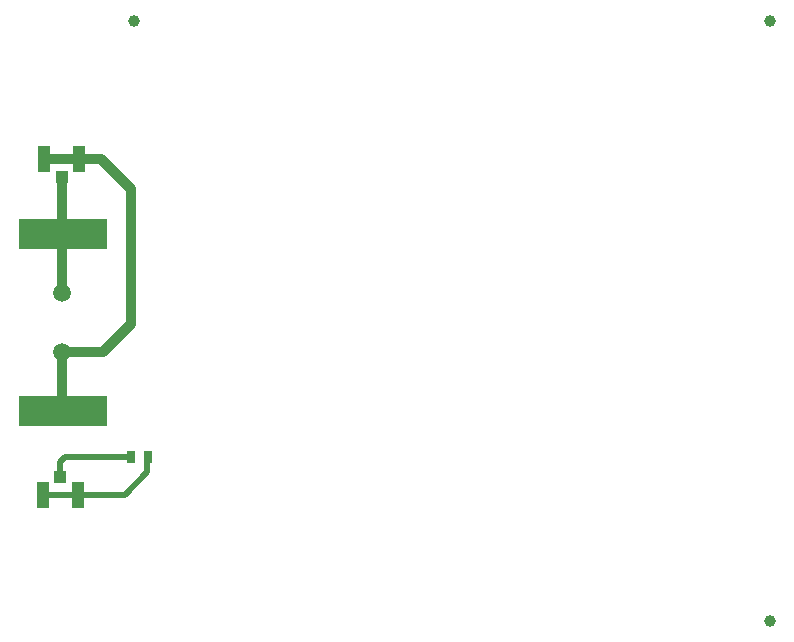
<source format=gtl>
G04*
G04 #@! TF.GenerationSoftware,Altium Limited,Altium Designer,24.3.1 (35)*
G04*
G04 Layer_Physical_Order=1*
G04 Layer_Color=255*
%FSLAX44Y44*%
%MOMM*%
G71*
G04*
G04 #@! TF.SameCoordinates,063D28A7-869B-49E0-B519-EA391C4CE498*
G04*
G04*
G04 #@! TF.FilePolarity,Positive*
G04*
G01*
G75*
%ADD14R,0.8000X1.0000*%
%ADD15R,7.5000X2.5000*%
%ADD16R,1.0000X1.0500*%
%ADD17R,1.0500X2.2000*%
%ADD25C,1.0000*%
%ADD26C,0.5000*%
%ADD27C,0.8500*%
%ADD28C,1.5000*%
D14*
X668920Y749300D02*
D03*
X654420D02*
D03*
D15*
X596900Y788600D02*
D03*
Y938600D02*
D03*
D16*
X594360Y732800D02*
D03*
X595630Y986780D02*
D03*
D17*
X579610Y717550D02*
D03*
X609110D02*
D03*
X610380Y1002030D02*
D03*
X580880D02*
D03*
D25*
X1195070Y610870D02*
D03*
Y1118870D02*
D03*
X656590D02*
D03*
D26*
X668020Y736600D02*
Y748400D01*
X668920Y749300D01*
X609110Y717550D02*
X648970D01*
X668020Y736600D01*
X594360Y745490D02*
X598170Y749300D01*
X654420D01*
X594360Y732800D02*
Y745490D01*
X579610Y717550D02*
X609110D01*
D27*
X595630Y789870D02*
Y838600D01*
Y789870D02*
X596900Y788600D01*
X610380Y1002030D02*
X628650D01*
X580880D02*
X610380D01*
X654050Y862330D02*
Y976630D01*
X595630Y838600D02*
X630320D01*
X654050Y862330D01*
X628650Y1002030D02*
X654050Y976630D01*
X595630Y938600D02*
Y986780D01*
Y891629D02*
Y938600D01*
Y891629D02*
X596900Y890359D01*
Y888600D02*
Y890359D01*
D28*
X595630Y888600D02*
D03*
Y838600D02*
D03*
M02*

</source>
